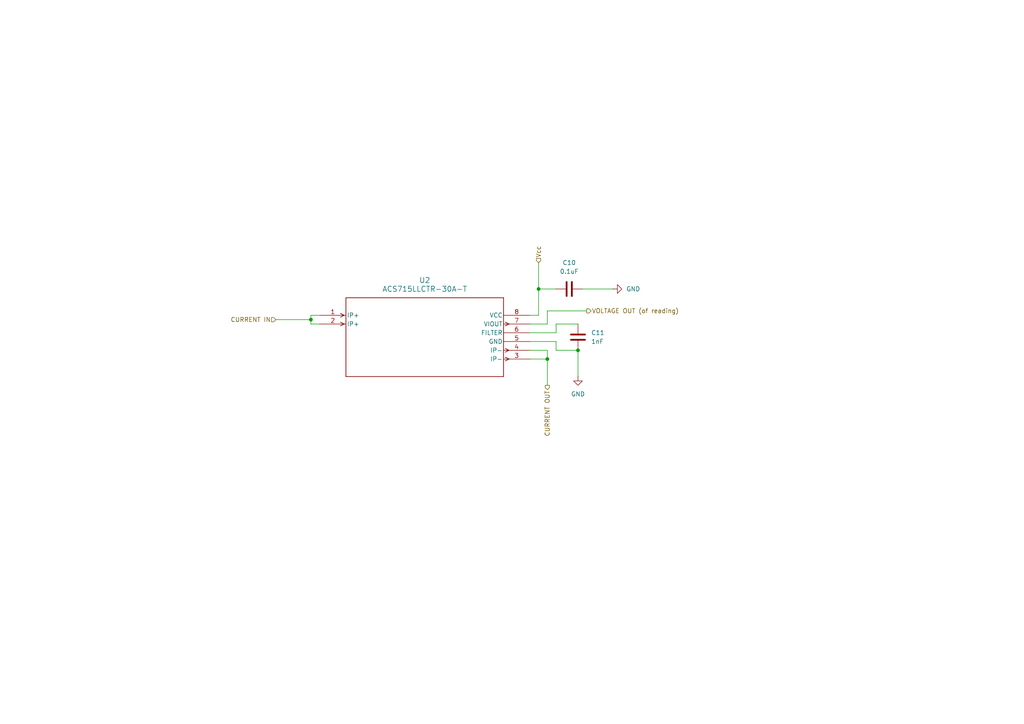
<source format=kicad_sch>
(kicad_sch (version 20231120) (generator "eeschema") (generator_version "8.0")
  (paper "A4")
  (lib_symbols
    (symbol "2025-01-10_19-23-15:ACS715LLCTR-30A-T" (pin_names (offset 0.254))
      (property "Reference" "U" (at 30.48 10.16 0))
      (property "Value" "ACS715LLCTR-30A-T" (at 30.48 7.62 0))
      (symbol "ACS715LLCTR-30A-T_0_1"
        (polyline (pts (xy 7.0993 -2.54) (xy 6.0579 -3.0607)) (stroke (width 0.2032)))
        (polyline (pts (xy 7.0993 -2.54) (xy 6.0579 -2.0193)) (stroke (width 0.2032)))
        (polyline (pts (xy 7.0993 0) (xy 6.0579 -0.5207)) (stroke (width 0.2032)))
        (polyline (pts (xy 7.0993 0) (xy 6.0579 0.5207)) (stroke (width 0.2032)))
        (polyline (pts (xy 7.62 -17.78) (xy 53.34 -17.78)) (stroke (width 0.2032)))
        (polyline (pts (xy 7.62 5.08) (xy 7.62 -17.78)) (stroke (width 0.2032)))
        (polyline (pts (xy 53.34 -17.78) (xy 53.34 5.08)) (stroke (width 0.2032)))
        (polyline (pts (xy 53.34 5.08) (xy 7.62 5.08)) (stroke (width 0.2032)))
        (polyline (pts (xy 53.8607 -13.2207) (xy 54.9021 -12.7)) (stroke (width 0.2032)))
        (polyline (pts (xy 53.8607 -12.1793) (xy 54.9021 -12.7)) (stroke (width 0.2032)))
        (polyline (pts (xy 53.8607 -10.6807) (xy 54.9021 -10.16)) (stroke (width 0.2032)))
        (polyline (pts (xy 53.8607 -9.6393) (xy 54.9021 -10.16)) (stroke (width 0.2032)))
        (polyline (pts (xy 53.8607 -3.0607) (xy 54.9021 -2.54)) (stroke (width 0.2032)))
        (polyline (pts (xy 53.8607 -2.0193) (xy 54.9021 -2.54)) (stroke (width 0.2032)))
        (pin input line (at 0 0 0) (length 7.62) (name "IP+") (number "1"))
        (pin input line (at 0 -2.54 0) (length 7.62) (name "IP+") (number "2"))
        (pin output line (at 60.96 -12.7 180) (length 7.62) (name "IP-") (number "3"))
        (pin output line (at 60.96 -10.16 180) (length 7.62) (name "IP-") (number "4"))
        (pin power_in line (at 60.96 -7.62 180) (length 7.62) (name "GND") (number "5"))
        (pin unspecified line (at 60.96 -5.08 180) (length 7.62) (name "FILTER") (number "6"))
        (pin output line (at 60.96 -2.54 180) (length 7.62) (name "VIOUT") (number "7"))
        (pin power_in line (at 60.96 0 180) (length 7.62) (name "VCC") (number "8"))
      )
    )
    (symbol "Device:C" (pin_numbers hide) (pin_names (offset 0.254))
      (property "Reference" "C" (at 0.635 2.54 0))
      (property "Value" "C" (at 0.635 -2.54 0))
      (symbol "C_0_1"
        (polyline (pts (xy -2.032 -0.762) (xy 2.032 -0.762)) (stroke (width 0.508)))
        (polyline (pts (xy -2.032 0.762) (xy 2.032 0.762)) (stroke (width 0.508)))
      )
      (symbol "C_1_1"
        (pin passive line (at 0 3.81 270) (length 2.794) (name "~") (number "1"))
        (pin passive line (at 0 -3.81 90) (length 2.794) (name "~") (number "2"))
      )
    )
    (symbol "power:GND" (power) (pin_numbers hide) (pin_names (offset 0) hide)
      (property "Value" "GND" (at 0 -3.81 0))
      (symbol "GND_0_1"
        (polyline (pts (xy 0 0) (xy 0 -1.27) (xy 1.27 -1.27) (xy 0 -2.54) (xy -1.27 -1.27) (xy 0 -1.27)))
      )
      (symbol "GND_1_1"
        (pin power_in line (at 0 0 270) (length 0) (name "~") (number "1"))
      )
    )
  )
  (junction (at 167.64 101.6))
  (junction (at 158.75 104.14))
  (junction (at 156.21 83.82))
  (junction (at 90.17 92.71))
  (wire (pts (xy 153.67 104.14) (xy 158.75 104.14)))
  (wire (pts (xy 161.29 96.52) (xy 161.29 93.98)))
  (wire (pts (xy 161.29 93.98) (xy 167.64 93.98)))
  (wire (pts (xy 168.91 83.82) (xy 177.8 83.82)))
  (wire (pts (xy 153.67 101.6) (xy 158.75 101.6)))
  (wire (pts (xy 153.67 99.06) (xy 161.29 99.06)))
  (wire (pts (xy 156.21 83.82) (xy 161.29 83.82)))
  (wire (pts (xy 153.67 93.98) (xy 158.75 93.98)))
  (wire (pts (xy 156.21 83.82) (xy 156.21 76.2)))
  (wire (pts (xy 153.67 96.52) (xy 161.29 96.52)))
  (wire (pts (xy 90.17 93.98) (xy 92.71 93.98)))
  (wire (pts (xy 90.17 92.71) (xy 90.17 93.98)))
  (wire (pts (xy 90.17 91.44) (xy 90.17 92.71)))
  (wire (pts (xy 167.64 101.6) (xy 167.64 109.22)))
  (wire (pts (xy 156.21 91.44) (xy 156.21 83.82)))
  (wire (pts (xy 161.29 99.06) (xy 161.29 101.6)))
  (wire (pts (xy 161.29 101.6) (xy 167.64 101.6)))
  (wire (pts (xy 80.01 92.71) (xy 90.17 92.71)))
  (wire (pts (xy 158.75 93.98) (xy 158.75 90.17)))
  (wire (pts (xy 158.75 101.6) (xy 158.75 104.14)))
  (wire (pts (xy 153.67 91.44) (xy 156.21 91.44)))
  (wire (pts (xy 158.75 90.17) (xy 170.18 90.17)))
  (wire (pts (xy 158.75 111.76) (xy 158.75 104.14)))
  (wire (pts (xy 92.71 91.44) (xy 90.17 91.44)))
  (hierarchical_label "VOLTAGE OUT (of reading)" (shape output) (at 170.18 90.17 0))
  (hierarchical_label "Vcc" (shape input) (at 156.21 76.2 90))
  (hierarchical_label "CURRENT OUT" (shape output) (at 158.75 111.76 270))
  (hierarchical_label "CURRENT IN" (shape input) (at 80.01 92.71 180))
  (symbol (lib_id "Device:C") (at 167.64 97.79 0) (unit 1)
    (property "Reference" "C11" (at 171.45 96.5199 0) (effects (justify left)))
    (property "Value" "1nF" (at 171.45 99.0599 0) (effects (justify left)))
    (property "Footprint" "Capacitor_SMD:C_0805_2012Metric_Pad1.18x1.45mm_HandSolder" (effects (hide yes)))
    (property "Description" "Unpolarized capacitor" (effects (hide yes)))
  )
  (symbol (lib_id "2025-01-10_19-23-15:ACS715LLCTR-30A-T") (at 92.71 91.44 0) (unit 1)
    (property "Reference" "U2" (at 123.19 81.28 0) (effects (font (size 1.524 1.524))))
    (property "Value" "ACS715LLCTR-30A-T" (at 123.19 83.82 0) (effects (font (size 1.524 1.524))))
    (property "Footprint" "SOIC-8_ALM" (effects (hide yes)))
    (property "Datasheet" "ACS715LLCTR-30A-T" (effects (hide yes)))
  )
  (symbol (lib_id "power:GND") (at 177.8 83.82 90) (unit 1)
    (property "Reference" "#PWR09" (effects (hide yes)))
    (property "Value" "GND" (at 181.61 83.8199 90) (effects (justify right)))
    (property "Description" "Power symbol creates a global label with name \"GND\" , ground" (effects (hide yes)))
  )
  (symbol (lib_id "Device:C") (at 165.1 83.82 90) (unit 1)
    (property "Reference" "C10" (at 165.1 76.2 90))
    (property "Value" "0.1uF" (at 165.1 78.74 90))
    (property "Footprint" "Capacitor_SMD:C_0805_2012Metric_Pad1.18x1.45mm_HandSolder" (effects (hide yes)))
    (property "Description" "Unpolarized capacitor" (effects (hide yes)))
  )
  (symbol (lib_id "power:GND") (at 167.64 109.22 0) (unit 1)
    (property "Reference" "#PWR08" (effects (hide yes)))
    (property "Value" "GND" (at 167.64 114.3 0))
    (property "Description" "Power symbol creates a global label with name \"GND\" , ground" (effects (hide yes)))
  )
)
</source>
